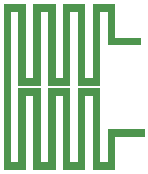
<source format=gbr>
%FSLAX66Y66*%
%MOMM*%
G01*
G04 Union1_1.Face2182_1*
%LPD*%
G36*
X-5345442Y-14703573D02*
X-5345442Y-16949867D01*
X-7232069Y-16949867D01*
X-7232069Y-14928750D01*
X-7232069Y-13269494D01*
X-7232069Y-11877685D01*
X-7232069Y-10673021D01*
X-7860944Y-10673021D01*
X-7860944Y-11787330D01*
X-7860944Y-13123672D01*
X-7860944Y-14813195D01*
X-7860944Y-16949867D01*
X-9747571Y-16949867D01*
X-9747571Y-14764109D01*
X-9747571Y-13085233D01*
X-9747571Y-11796316D01*
X-9747571Y-10804894D01*
X-9747571Y-10044145D01*
X-9118696Y-10044145D01*
X-9118696Y-10759847D01*
X-9118696Y-11679712D01*
X-9118696Y-12859510D01*
X-9118696Y-14375003D01*
X-9118696Y-16320991D01*
X-8489820Y-16320991D01*
X-8489820Y-14074035D01*
X-8489820Y-12385782D01*
X-8489820Y-11094630D01*
X-8489820Y-10044145D01*
X-7644838Y-10044145D01*
X-6603193Y-10044145D01*
X-6603193Y-11318588D01*
X-6603193Y-12737729D01*
X-6603193Y-14392512D01*
X-6603193Y-16320991D01*
X-5974318Y-16320991D01*
X-5974318Y-13884733D01*
X-5974318Y-11812957D01*
X-5974318Y-10044145D01*
X-4087691Y-10044145D01*
X-4087691Y-12212849D01*
X-4087691Y-14263930D01*
X-4087691Y-16320991D01*
X-3458816Y-16320991D01*
X-3458816Y-14773306D01*
X-3458816Y-13276026D01*
X-3458816Y-11710084D01*
X-3458816Y-10044145D01*
X-1572189Y-10044145D01*
X-1572189Y-11345815D01*
X-1572189Y-12388344D01*
X-1572189Y-13345726D01*
X-1572189Y-14279962D01*
X-1572189Y-15241782D01*
X-1572189Y-16320991D01*
X-0943313Y-16320991D01*
X-0943313Y-15212146D01*
X-0943313Y-14316066D01*
X-0943313Y-13497006D01*
X-0314438Y-13497006D01*
X-0314438Y-14125882D01*
X-0314438Y-14842562D01*
X-0314438Y-15748922D01*
X-0314438Y-16949867D01*
X-2201064Y-16949867D01*
X-2201064Y-15605010D01*
X-2201064Y-14398652D01*
X-2201064Y-13218674D01*
X-2201064Y-12003114D01*
X-2201064Y-10673021D01*
X-2829940Y-10673021D01*
X-2829940Y-12291584D01*
X-2829940Y-13802635D01*
X-2829940Y-15319948D01*
X-2829940Y-16949867D01*
X-4716567Y-16949867D01*
X-4716567Y-14864965D01*
X-4716567Y-12769159D01*
X-4716567Y-10673021D01*
X-5345442Y-10673021D01*
X-5345442Y-12607666D01*
X-5345442Y-14703573D01*
G37*
G04 Union1_1.Face2182_2*
%LPD*%
G36*
X-4087691Y-5697639D02*
X-4087691Y-7754456D01*
X-4087691Y-9842038D01*
X-5974318Y-9842038D01*
X-5974318Y-8105105D01*
X-5974318Y-6078395D01*
X-5974318Y-3565191D01*
X-6603193Y-3565191D01*
X-6603193Y-5493671D01*
X-6603193Y-7148454D01*
X-6603193Y-8567595D01*
X-6603193Y-9842038D01*
X-7644838Y-9842038D01*
X-8489820Y-9842038D01*
X-8489820Y-8791552D01*
X-8489820Y-7500401D01*
X-8489820Y-5812148D01*
X-8489820Y-3565191D01*
X-9118696Y-3565191D01*
X-9118696Y-5511180D01*
X-9118696Y-7026673D01*
X-9118696Y-8206471D01*
X-9118696Y-9126335D01*
X-9118696Y-9842038D01*
X-9747571Y-9842038D01*
X-9747571Y-9081288D01*
X-9747571Y-8089867D01*
X-9747571Y-6800949D01*
X-9747571Y-5122074D01*
X-9747571Y-2936316D01*
X-7860944Y-2936316D01*
X-7860944Y-5072988D01*
X-7860944Y-6762511D01*
X-7860944Y-8098853D01*
X-7860944Y-9213162D01*
X-7232069Y-9213162D01*
X-7232069Y-8005533D01*
X-7232069Y-6609176D01*
X-7232069Y-4946807D01*
X-7232069Y-2936316D01*
X-5345442Y-2936316D01*
X-5345442Y-5239330D01*
X-5345442Y-7346435D01*
X-5345442Y-9213162D01*
X-4716567Y-9213162D01*
X-4716567Y-7213977D01*
X-4716567Y-5132707D01*
X-4716567Y-2936316D01*
X-2829940Y-2936316D01*
X-2829940Y-4595718D01*
X-2829940Y-6061609D01*
X-2829940Y-7523805D01*
X-2829940Y-9213162D01*
X-2201064Y-9213162D01*
X-2201064Y-7518238D01*
X-2201064Y-6077153D01*
X-2201064Y-4631838D01*
X-2201064Y-2936316D01*
X-0314438Y-2936316D01*
X-0314438Y-4560381D01*
X-0314438Y-5760301D01*
X-0943313Y-5760301D01*
X-0943313Y-4798933D01*
X-0943313Y-3565191D01*
X-1572189Y-3565191D01*
X-1572189Y-4872409D01*
X-1572189Y-5975109D01*
X-1572189Y-7064317D01*
X-1572189Y-8339724D01*
X-1572189Y-9842038D01*
X-3458816Y-9842038D01*
X-3458816Y-8191373D01*
X-3458816Y-6670764D01*
X-3458816Y-5164979D01*
X-3458816Y-3565191D01*
X-4087691Y-3565191D01*
X-4087691Y-5697639D01*
G37*
G04 Union1_1.Face2_2*
%LPD*%
G36*
X-0314438Y-5760301D02*
X0649191Y-5760301D01*
X1886627Y-5760301D01*
X1886627Y-6389177D01*
X0649250Y-6389177D01*
X-0314438Y-6389177D01*
X-0314438Y-5760301D01*
G37*
G04 Union1_1.Face2_3*
%LPD*%
G36*
X0644722Y-14125882D02*
X0104813Y-14125882D01*
X0104813Y-13497006D01*
X0644729Y-13497006D01*
X1330288Y-13497006D01*
X2201064Y-13497006D01*
X2201064Y-14125882D01*
X1330203Y-14125882D01*
X0644722Y-14125882D01*
G37*
G04 Union1_1.Face4194*
%LPD*%
G36*
X-0943313Y-5760301D02*
X-0314438Y-5760301D01*
X-0314438Y-6389177D01*
X-0943313Y-6389177D01*
X-0943313Y-5760301D01*
G37*
G04 Union1_1.Face2_4*
%LPD*%
G36*
X0000000Y-13497006D02*
X0000000Y-14125882D01*
X-0314438Y-14125882D01*
X-0314438Y-13497006D01*
X0000000Y-13497006D01*
G37*
G04 Union1_1.Face2_1*
%LPD*%
G36*
X-9118696Y-10044145D02*
X-9747571Y-10044145D01*
X-9747571Y-9842038D01*
X-9118696Y-9842038D01*
X-9118696Y-10044145D01*
G37*
G04 Union1_1.Face4261*
%LPD*%
G36*
X0000000Y-14125882D02*
X0000000Y-13497006D01*
X0104813Y-13497006D01*
X0104813Y-14125882D01*
X0000000Y-14125882D01*
G37*
M02*

</source>
